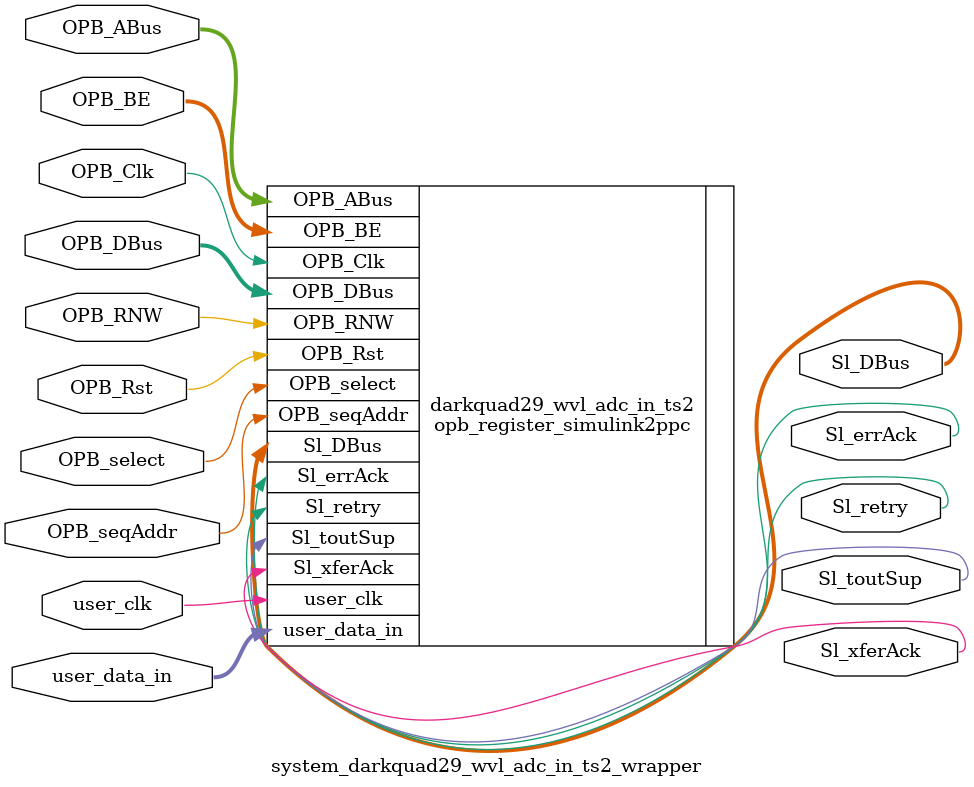
<source format=v>

module system_darkquad29_wvl_adc_in_ts2_wrapper
  (
    OPB_Clk,
    OPB_Rst,
    Sl_DBus,
    Sl_errAck,
    Sl_retry,
    Sl_toutSup,
    Sl_xferAck,
    OPB_ABus,
    OPB_BE,
    OPB_DBus,
    OPB_RNW,
    OPB_select,
    OPB_seqAddr,
    user_data_in,
    user_clk
  );
  input OPB_Clk;
  input OPB_Rst;
  output [0:31] Sl_DBus;
  output Sl_errAck;
  output Sl_retry;
  output Sl_toutSup;
  output Sl_xferAck;
  input [0:31] OPB_ABus;
  input [0:3] OPB_BE;
  input [0:31] OPB_DBus;
  input OPB_RNW;
  input OPB_select;
  input OPB_seqAddr;
  input [31:0] user_data_in;
  input user_clk;

  opb_register_simulink2ppc
    #(
      .C_BASEADDR ( 32'h0108B500 ),
      .C_HIGHADDR ( 32'h0108B5FF ),
      .C_OPB_AWIDTH ( 32 ),
      .C_OPB_DWIDTH ( 32 ),
      .C_FAMILY ( "virtex6" )
    )
    darkquad29_wvl_adc_in_ts2 (
      .OPB_Clk ( OPB_Clk ),
      .OPB_Rst ( OPB_Rst ),
      .Sl_DBus ( Sl_DBus ),
      .Sl_errAck ( Sl_errAck ),
      .Sl_retry ( Sl_retry ),
      .Sl_toutSup ( Sl_toutSup ),
      .Sl_xferAck ( Sl_xferAck ),
      .OPB_ABus ( OPB_ABus ),
      .OPB_BE ( OPB_BE ),
      .OPB_DBus ( OPB_DBus ),
      .OPB_RNW ( OPB_RNW ),
      .OPB_select ( OPB_select ),
      .OPB_seqAddr ( OPB_seqAddr ),
      .user_data_in ( user_data_in ),
      .user_clk ( user_clk )
    );

endmodule


</source>
